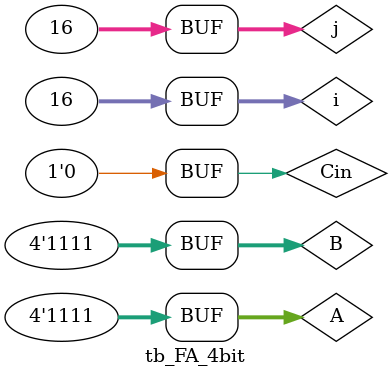
<source format=v>
`timescale 1ns / 1ps


module tb_FA_4bit(

    );
    
    reg[3:0] A,B;
    reg Cin;
    wire[3:0] Sum;
    wire Cout;
    
    integer i,j;
    
    FA_4bit tb_FA(A,B,Cin,Sum,Cout);        //component to be tested
    
    initial
    begin
    A <= 0;
    B <= 0;
    Cin <= 0;
    
    #10;
    for(i = 0; i<16; i=i+1)             //for loop to generate 0 to 15 input data for first input
    begin
      for(j=0;j<16;j=j+1)               // for loop to generate 0 to 15 input data for second input
      begin
      A = i;
      B = j;
      #10;
      end
    end
   
   
    
    
    
    
    
    end
    
endmodule

</source>
